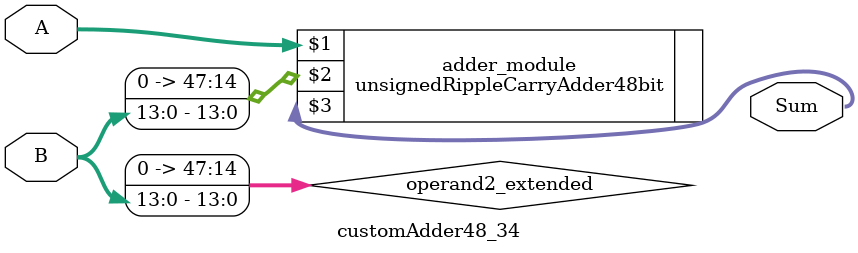
<source format=v>
module customAdder48_34(
                        input [47 : 0] A,
                        input [13 : 0] B,
                        
                        output [48 : 0] Sum
                );

        wire [47 : 0] operand2_extended;
        
        assign operand2_extended =  {34'b0, B};
        
        unsignedRippleCarryAdder48bit adder_module(
            A,
            operand2_extended,
            Sum
        );
        
        endmodule
        
</source>
